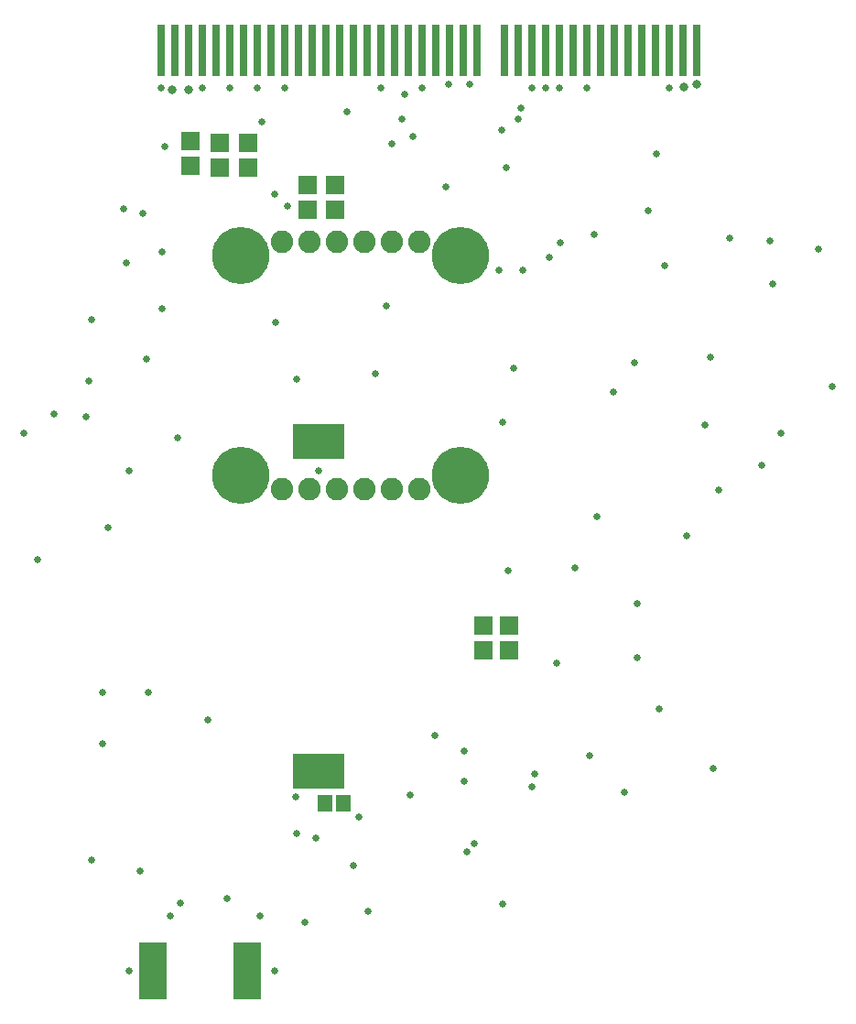
<source format=gbr>
%TF.GenerationSoftware,Altium Limited,Altium Designer,23.2.1 (34)*%
G04 Layer_Color=16711935*
%FSLAX45Y45*%
%MOMM*%
%TF.SameCoordinates,CECF9715-3839-4E6E-A075-D830FB70F3A2*%
%TF.FilePolarity,Negative*%
%TF.FileFunction,Soldermask,Bot*%
%TF.Part,Single*%
G01*
G75*
%TA.AperFunction,SMDPad,CuDef*%
%ADD52R,1.72720X1.72720*%
%ADD53R,1.72720X1.72720*%
%ADD54R,0.73320X4.77520*%
%ADD62R,1.40320X1.60320*%
%ADD64R,2.61620X5.28320*%
%TA.AperFunction,ComponentPad*%
%ADD66C,5.28320*%
%ADD67C,2.08280*%
%TA.AperFunction,ViaPad*%
%ADD68C,0.64720*%
%ADD69C,0.83820*%
%TA.AperFunction,SMDPad,CuDef*%
%ADD70R,4.77520X3.25120*%
D52*
X3925000Y8514300D02*
D03*
Y8285700D02*
D03*
X3120000Y8904300D02*
D03*
Y8675700D02*
D03*
X2860000Y8908600D02*
D03*
Y8680000D02*
D03*
X2590000Y8918600D02*
D03*
Y8690000D02*
D03*
X3675000Y8514300D02*
D03*
X5537200Y4211480D02*
D03*
Y4440080D02*
D03*
X5300000Y4215700D02*
D03*
Y4444300D02*
D03*
D53*
X3675000Y8285700D02*
D03*
D54*
X7270700Y9760000D02*
D03*
X6000700D02*
D03*
X6127700D02*
D03*
X6254700D02*
D03*
X6381700D02*
D03*
X6508700D02*
D03*
X6635700D02*
D03*
X6762700D02*
D03*
X6889700D02*
D03*
X3841700D02*
D03*
X3968700D02*
D03*
X4603700D02*
D03*
X4730700D02*
D03*
X4857700D02*
D03*
X4984700D02*
D03*
X5111700D02*
D03*
X5492700D02*
D03*
X5619700D02*
D03*
X5746700D02*
D03*
X5238700D02*
D03*
X7143700D02*
D03*
X7016700D02*
D03*
X5873700D02*
D03*
X4476700D02*
D03*
X4349700D02*
D03*
X4222700D02*
D03*
X4095700D02*
D03*
X3714700D02*
D03*
X3587700D02*
D03*
X3460700D02*
D03*
X3333700D02*
D03*
X3206700D02*
D03*
X3079700D02*
D03*
X2952700D02*
D03*
X2825700D02*
D03*
X2698700D02*
D03*
X2571700D02*
D03*
X2444700D02*
D03*
X2317700D02*
D03*
D62*
X3835000Y2800000D02*
D03*
X4005000D02*
D03*
D64*
X3118150Y1250000D02*
D03*
X2241850D02*
D03*
D66*
X5087000Y7863000D02*
D03*
Y5831000D02*
D03*
X3055000D02*
D03*
Y7863000D02*
D03*
D67*
X4706000Y7990000D02*
D03*
X4452000D02*
D03*
X4198000D02*
D03*
X3944000D02*
D03*
X3690000D02*
D03*
X3436000D02*
D03*
Y5704000D02*
D03*
X3690000D02*
D03*
X3944000D02*
D03*
X4198000D02*
D03*
X4452000D02*
D03*
X4706000D02*
D03*
D68*
X7575000Y8025000D02*
D03*
X4400000Y7400000D02*
D03*
X3575000Y6725000D02*
D03*
X3375000Y7250000D02*
D03*
X2475000Y6175000D02*
D03*
X2025000Y5875000D02*
D03*
X1825000Y5350000D02*
D03*
X1175000Y5050000D02*
D03*
X1675000Y2275000D02*
D03*
X1775000Y3350000D02*
D03*
X4100000Y2225000D02*
D03*
X3650000Y1700000D02*
D03*
X6925000Y3675000D02*
D03*
X7425000Y3125000D02*
D03*
X6725000Y4650000D02*
D03*
X6350000Y5450000D02*
D03*
X4300000Y6775000D02*
D03*
X5475000Y6325000D02*
D03*
X5575000Y6825000D02*
D03*
X6700000Y6875000D02*
D03*
X6975000Y7775000D02*
D03*
X6500000Y6600000D02*
D03*
X7175000Y5275000D02*
D03*
X7475000Y5700000D02*
D03*
X7875000Y5925000D02*
D03*
X8525000Y6650000D02*
D03*
X7975000Y7600000D02*
D03*
X8400000Y7925000D02*
D03*
X6900000Y8800000D02*
D03*
X6825000Y8275000D02*
D03*
X4950000Y8500000D02*
D03*
X3250000Y9100000D02*
D03*
X2350000Y8875000D02*
D03*
X2000000Y7800000D02*
D03*
X2325000Y7900000D02*
D03*
Y7375000D02*
D03*
X1675000Y7275000D02*
D03*
X1650000Y6700000D02*
D03*
X1325000Y6400000D02*
D03*
X1050000Y6225000D02*
D03*
X5212269Y2425000D02*
D03*
X2125000Y2175000D02*
D03*
X2500000Y1875000D02*
D03*
X3575000Y2525000D02*
D03*
X4150000Y2675000D02*
D03*
X4975000Y9450000D02*
D03*
X5175000D02*
D03*
X3775000Y5875000D02*
D03*
X5750000Y2950000D02*
D03*
X5775000Y3075000D02*
D03*
X5150000Y2350000D02*
D03*
X1625000Y6375000D02*
D03*
X4575000Y9350000D02*
D03*
X5650000Y9225000D02*
D03*
X4550000Y9125000D02*
D03*
X4650000Y8967920D02*
D03*
X4450000Y8900000D02*
D03*
X5625000Y9125000D02*
D03*
X7400000Y6925000D02*
D03*
X7350000Y6300000D02*
D03*
X2200000Y3825000D02*
D03*
X8050000Y6225000D02*
D03*
X1775000Y3825000D02*
D03*
X6725000Y4150000D02*
D03*
X5975000Y4100000D02*
D03*
X4850000Y3425000D02*
D03*
X6150000Y4975000D02*
D03*
X5525000Y4950000D02*
D03*
X7950000Y8000000D02*
D03*
X2750000Y3575000D02*
D03*
X1975000Y8300000D02*
D03*
X5125000Y3000000D02*
D03*
X2150000Y8250000D02*
D03*
X5125000Y3284380D02*
D03*
X4625000Y2875000D02*
D03*
X3563620Y2862580D02*
D03*
X2932889Y1922889D02*
D03*
X2020000Y1250000D02*
D03*
X3370000D02*
D03*
X2180000Y6910000D02*
D03*
X5470000Y9020000D02*
D03*
X5510000Y8680000D02*
D03*
X6010000Y7980000D02*
D03*
X5440000Y7730000D02*
D03*
X6320000Y8060000D02*
D03*
X5910000Y7850000D02*
D03*
X4040000Y9190000D02*
D03*
X5660000Y7730000D02*
D03*
X6280000Y3240000D02*
D03*
X3230000Y1760000D02*
D03*
X2400000D02*
D03*
X3370000Y8430000D02*
D03*
X3490000Y8320000D02*
D03*
X3750000Y2480000D02*
D03*
X6600000Y2900000D02*
D03*
X4230000Y1800000D02*
D03*
X5480000Y1870000D02*
D03*
X7016700Y9410000D02*
D03*
X6254700D02*
D03*
X6000700D02*
D03*
X5873700D02*
D03*
X5746700D02*
D03*
X4730700D02*
D03*
X4349700D02*
D03*
X3460700D02*
D03*
X3206700D02*
D03*
X2952700D02*
D03*
X2698700D02*
D03*
X2317700D02*
D03*
D69*
X7275000Y9450000D02*
D03*
X7150000Y9425000D02*
D03*
X2575000Y9400000D02*
D03*
X2425000D02*
D03*
D70*
X3775000Y3100000D02*
D03*
Y6148000D02*
D03*
%TF.MD5,3e58d6b027f35bd251d55bb0a1ebd82d*%
M02*

</source>
